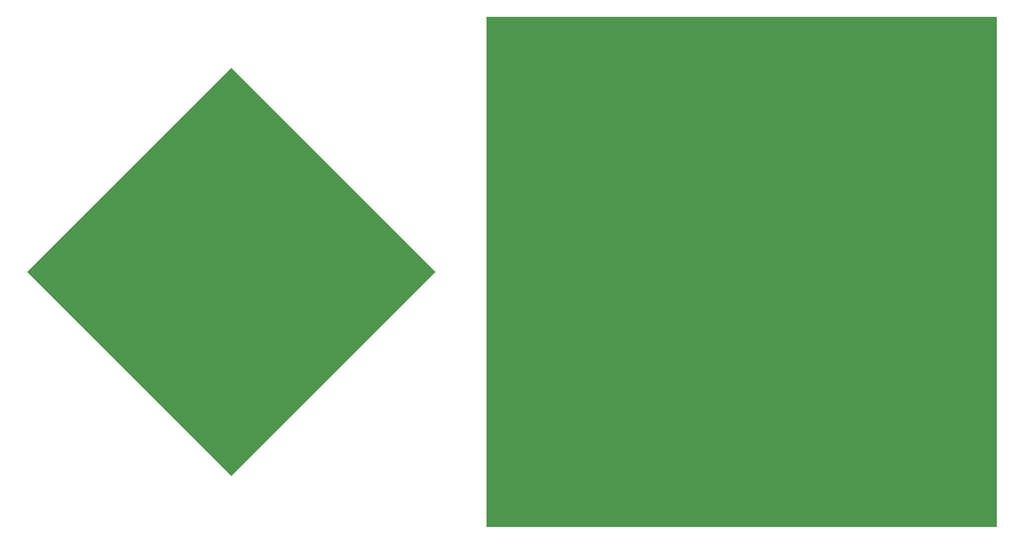
<source format=gbr>
G04 This is an RS-274x file exported by *
G04 gerbv version 2.7A *
G04 More information is available about gerbv at *
G04 http://gerbv.geda-project.org/ *
G04 --End of header info--*
%MOIN*%
%FSLAX24Y24*%
%OFA0.0000B0.0000*%
G90*

G04 --Define apertures--*
%ADD10C,0.0197*%
%ADD11C,0.0600*%
%ADD12R,0.0620X0.0620*%
%ADD13C,0.0620*%
%ADD14C,0.0276*%
%ADD15R,0.1102X0.1575*%
G04 --Start main section--*
G54D15*
G36*
X0Y50000D02*
Y100000D01*
X100000D01*
Y0D01*
X0D01*

X-10000Y50000D02*
X-50000Y10000D01*
X-90000Y50000D01*
X-50000Y90000D01*

G37*
M02*

</source>
